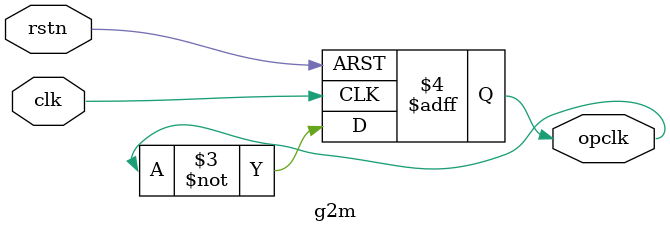
<source format=v>
`timescale 1ns / 1ps


module g2m(
  input clk,
  input rstn,
  output reg opclk);
    
  always@(negedge clk or negedge rstn)
  begin
    if(!rstn)
        opclk <= 0;
    else
        opclk <= ~opclk;
  end
    
endmodule

</source>
